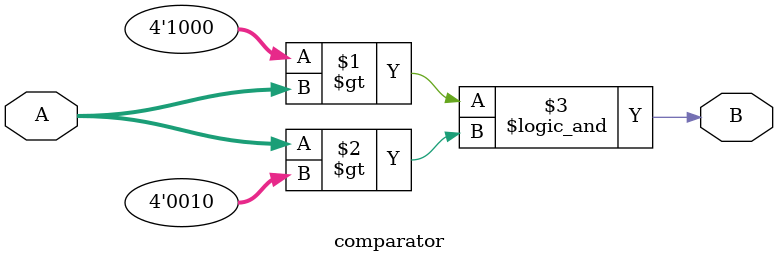
<source format=v>
module comparator (
    input [3:0] A,
    output B
);
    assign B = (4'b1000>A && A>4'b0010);  
endmodule
</source>
